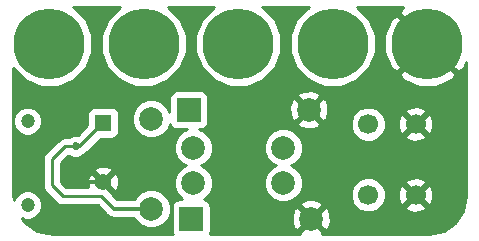
<source format=gbl>
%TF.GenerationSoftware,KiCad,Pcbnew,4.0.4+e1-6308~48~ubuntu14.04.1-stable*%
%TF.CreationDate,2016-11-21T14:54:25-08:00*%
%TF.ProjectId,USB-Breakout-with-Reset,5553422D427265616B6F75742D776974,rev?*%
%TF.FileFunction,Copper,L2,Bot,Signal*%
%FSLAX46Y46*%
G04 Gerber Fmt 4.6, Leading zero omitted, Abs format (unit mm)*
G04 Created by KiCad (PCBNEW 4.0.4+e1-6308~48~ubuntu14.04.1-stable) date Mon Nov 21 14:54:25 2016*
%MOMM*%
%LPD*%
G01*
G04 APERTURE LIST*
%ADD10C,0.350000*%
%ADD11C,1.200000*%
%ADD12C,1.998980*%
%ADD13C,1.700000*%
%ADD14C,6.000000*%
%ADD15R,1.998980X1.998980*%
%ADD16R,1.400000X1.400000*%
%ADD17C,1.400000*%
%ADD18C,0.685800*%
%ADD19C,0.330200*%
%ADD20C,0.254000*%
%ADD21C,0.330200*%
%ADD22C,0.350000*%
G04 APERTURE END LIST*
D10*
D11*
X128150000Y-103550000D03*
X128150000Y-110650000D03*
D12*
X138636000Y-110970000D03*
X138636000Y-103350000D03*
X149812000Y-105800000D03*
X142192000Y-105800000D03*
X149812000Y-108800000D03*
X142192000Y-108800000D03*
D13*
X161000000Y-103800000D03*
X161000000Y-109800000D03*
X157000000Y-103800000D03*
X157000000Y-109800000D03*
D14*
X130000000Y-97000000D03*
X146000000Y-97000000D03*
X154000000Y-97000000D03*
X138000000Y-97000000D03*
X162000000Y-97000000D03*
D12*
X151960000Y-102594920D03*
D15*
X141800000Y-102594920D03*
D12*
X152160000Y-111800000D03*
D15*
X142000000Y-111800000D03*
D16*
X134572000Y-103684000D03*
D17*
X134572000Y-108684000D03*
D18*
X132600000Y-108400000D03*
X132211269Y-105687990D03*
D19*
X134572000Y-108684000D02*
X132884000Y-108684000D01*
X132884000Y-108684000D02*
X132600000Y-108400000D01*
X132211269Y-105687990D02*
X132568010Y-105687990D01*
X132568010Y-105687990D02*
X134572000Y-103684000D01*
D20*
X135400000Y-110920000D02*
X134434000Y-109954000D01*
X134434000Y-109954000D02*
X134400511Y-109920511D01*
D19*
X135400000Y-110920000D02*
X135450000Y-110970000D01*
X135450000Y-110970000D02*
X138636000Y-110970000D01*
D20*
X130200000Y-106800000D02*
X131312010Y-105687990D01*
X131312010Y-105687990D02*
X132211269Y-105687990D01*
X130200000Y-109000000D02*
X130200000Y-106800000D01*
X131120511Y-109920511D02*
X130200000Y-109000000D01*
X134400511Y-109920511D02*
X131120511Y-109920511D01*
G36*
X135943628Y-93916600D02*
X134920194Y-94938249D01*
X134365632Y-96273782D01*
X134364370Y-97719874D01*
X134916600Y-99056372D01*
X135938249Y-100079806D01*
X137273782Y-100634368D01*
X138719874Y-100635630D01*
X140056372Y-100083400D01*
X141079806Y-99061751D01*
X141634368Y-97726218D01*
X141635630Y-96280126D01*
X141083400Y-94943628D01*
X140061751Y-93920194D01*
X140040091Y-93911200D01*
X143956697Y-93911200D01*
X143943628Y-93916600D01*
X142920194Y-94938249D01*
X142365632Y-96273782D01*
X142364370Y-97719874D01*
X142916600Y-99056372D01*
X143938249Y-100079806D01*
X145273782Y-100634368D01*
X146719874Y-100635630D01*
X148056372Y-100083400D01*
X149079806Y-99061751D01*
X149634368Y-97726218D01*
X149635630Y-96280126D01*
X149083400Y-94943628D01*
X148061751Y-93920194D01*
X148040091Y-93911200D01*
X151956697Y-93911200D01*
X151943628Y-93916600D01*
X150920194Y-94938249D01*
X150365632Y-96273782D01*
X150364370Y-97719874D01*
X150916600Y-99056372D01*
X151938249Y-100079806D01*
X153273782Y-100634368D01*
X154719874Y-100635630D01*
X156056372Y-100083400D01*
X156543992Y-99596630D01*
X159582975Y-99596630D01*
X159925566Y-100071277D01*
X161258800Y-100631342D01*
X162704875Y-100638568D01*
X164043639Y-100091854D01*
X164074434Y-100071277D01*
X164417025Y-99596630D01*
X162000000Y-97179605D01*
X159582975Y-99596630D01*
X156543992Y-99596630D01*
X157079806Y-99061751D01*
X157634368Y-97726218D01*
X157634386Y-97704875D01*
X158361432Y-97704875D01*
X158908146Y-99043639D01*
X158928723Y-99074434D01*
X159403370Y-99417025D01*
X161820395Y-97000000D01*
X159403370Y-94582975D01*
X158928723Y-94925566D01*
X158368658Y-96258800D01*
X158361432Y-97704875D01*
X157634386Y-97704875D01*
X157635630Y-96280126D01*
X157083400Y-94943628D01*
X156061751Y-93920194D01*
X156040091Y-93911200D01*
X159951790Y-93911200D01*
X159925566Y-93928723D01*
X159582975Y-94403370D01*
X162000000Y-96820395D01*
X162014143Y-96806253D01*
X162193748Y-96985858D01*
X162179605Y-97000000D01*
X164596630Y-99417025D01*
X165071277Y-99074434D01*
X165288800Y-98556621D01*
X165288800Y-109929951D01*
X165040807Y-111176699D01*
X164374260Y-112174259D01*
X163376701Y-112840807D01*
X162129956Y-113088800D01*
X153082062Y-113088800D01*
X153132557Y-112952163D01*
X152160000Y-111979605D01*
X151187443Y-112952163D01*
X151237938Y-113088800D01*
X143570353Y-113088800D01*
X143595921Y-113051380D01*
X143646930Y-112799490D01*
X143646930Y-111535582D01*
X150514599Y-111535582D01*
X150538659Y-112185377D01*
X150741035Y-112673958D01*
X151007837Y-112772557D01*
X151980395Y-111800000D01*
X152339605Y-111800000D01*
X153312163Y-112772557D01*
X153578965Y-112673958D01*
X153805401Y-112064418D01*
X153781341Y-111414623D01*
X153578965Y-110926042D01*
X153312163Y-110827443D01*
X152339605Y-111800000D01*
X151980395Y-111800000D01*
X151007837Y-110827443D01*
X150741035Y-110926042D01*
X150514599Y-111535582D01*
X143646930Y-111535582D01*
X143646930Y-110800510D01*
X143618203Y-110647837D01*
X151187443Y-110647837D01*
X152160000Y-111620395D01*
X153132557Y-110647837D01*
X153033958Y-110381035D01*
X152424418Y-110154599D01*
X151774623Y-110178659D01*
X151286042Y-110381035D01*
X151187443Y-110647837D01*
X143618203Y-110647837D01*
X143602652Y-110565193D01*
X143463580Y-110349069D01*
X143251380Y-110204079D01*
X143124704Y-110178427D01*
X143576846Y-109727073D01*
X143826206Y-109126547D01*
X143826774Y-108476306D01*
X143578462Y-107875345D01*
X143119073Y-107415154D01*
X142841811Y-107300025D01*
X143116655Y-107186462D01*
X143576846Y-106727073D01*
X143826206Y-106126547D01*
X143826208Y-106123694D01*
X148177226Y-106123694D01*
X148425538Y-106724655D01*
X148884927Y-107184846D01*
X149162189Y-107299975D01*
X148887345Y-107413538D01*
X148427154Y-107872927D01*
X148177794Y-108473453D01*
X148177226Y-109123694D01*
X148425538Y-109724655D01*
X148884927Y-110184846D01*
X149485453Y-110434206D01*
X150135694Y-110434774D01*
X150736655Y-110186462D01*
X150829189Y-110094089D01*
X155514743Y-110094089D01*
X155740344Y-110640086D01*
X156157717Y-111058188D01*
X156703319Y-111284742D01*
X157294089Y-111285257D01*
X157840086Y-111059656D01*
X158056160Y-110843958D01*
X160135647Y-110843958D01*
X160215920Y-111095259D01*
X160771279Y-111296718D01*
X161361458Y-111270315D01*
X161784080Y-111095259D01*
X161864353Y-110843958D01*
X161000000Y-109979605D01*
X160135647Y-110843958D01*
X158056160Y-110843958D01*
X158258188Y-110642283D01*
X158484742Y-110096681D01*
X158485200Y-109571279D01*
X159503282Y-109571279D01*
X159529685Y-110161458D01*
X159704741Y-110584080D01*
X159956042Y-110664353D01*
X160820395Y-109800000D01*
X161179605Y-109800000D01*
X162043958Y-110664353D01*
X162295259Y-110584080D01*
X162496718Y-110028721D01*
X162470315Y-109438542D01*
X162295259Y-109015920D01*
X162043958Y-108935647D01*
X161179605Y-109800000D01*
X160820395Y-109800000D01*
X159956042Y-108935647D01*
X159704741Y-109015920D01*
X159503282Y-109571279D01*
X158485200Y-109571279D01*
X158485257Y-109505911D01*
X158259656Y-108959914D01*
X158056140Y-108756042D01*
X160135647Y-108756042D01*
X161000000Y-109620395D01*
X161864353Y-108756042D01*
X161784080Y-108504741D01*
X161228721Y-108303282D01*
X160638542Y-108329685D01*
X160215920Y-108504741D01*
X160135647Y-108756042D01*
X158056140Y-108756042D01*
X157842283Y-108541812D01*
X157296681Y-108315258D01*
X156705911Y-108314743D01*
X156159914Y-108540344D01*
X155741812Y-108957717D01*
X155515258Y-109503319D01*
X155514743Y-110094089D01*
X150829189Y-110094089D01*
X151196846Y-109727073D01*
X151446206Y-109126547D01*
X151446774Y-108476306D01*
X151198462Y-107875345D01*
X150739073Y-107415154D01*
X150461811Y-107300025D01*
X150736655Y-107186462D01*
X151196846Y-106727073D01*
X151446206Y-106126547D01*
X151446774Y-105476306D01*
X151198462Y-104875345D01*
X150739073Y-104415154D01*
X150138547Y-104165794D01*
X149488306Y-104165226D01*
X148887345Y-104413538D01*
X148427154Y-104872927D01*
X148177794Y-105473453D01*
X148177226Y-106123694D01*
X143826208Y-106123694D01*
X143826774Y-105476306D01*
X143578462Y-104875345D01*
X143119073Y-104415154D01*
X142701710Y-104241850D01*
X142799490Y-104241850D01*
X143034807Y-104197572D01*
X143250931Y-104058500D01*
X143395921Y-103846300D01*
X143416012Y-103747083D01*
X150987443Y-103747083D01*
X151086042Y-104013885D01*
X151695582Y-104240321D01*
X152345377Y-104216261D01*
X152640327Y-104094089D01*
X155514743Y-104094089D01*
X155740344Y-104640086D01*
X156157717Y-105058188D01*
X156703319Y-105284742D01*
X157294089Y-105285257D01*
X157840086Y-105059656D01*
X158056160Y-104843958D01*
X160135647Y-104843958D01*
X160215920Y-105095259D01*
X160771279Y-105296718D01*
X161361458Y-105270315D01*
X161784080Y-105095259D01*
X161864353Y-104843958D01*
X161000000Y-103979605D01*
X160135647Y-104843958D01*
X158056160Y-104843958D01*
X158258188Y-104642283D01*
X158484742Y-104096681D01*
X158485200Y-103571279D01*
X159503282Y-103571279D01*
X159529685Y-104161458D01*
X159704741Y-104584080D01*
X159956042Y-104664353D01*
X160820395Y-103800000D01*
X161179605Y-103800000D01*
X162043958Y-104664353D01*
X162295259Y-104584080D01*
X162496718Y-104028721D01*
X162470315Y-103438542D01*
X162295259Y-103015920D01*
X162043958Y-102935647D01*
X161179605Y-103800000D01*
X160820395Y-103800000D01*
X159956042Y-102935647D01*
X159704741Y-103015920D01*
X159503282Y-103571279D01*
X158485200Y-103571279D01*
X158485257Y-103505911D01*
X158259656Y-102959914D01*
X158056140Y-102756042D01*
X160135647Y-102756042D01*
X161000000Y-103620395D01*
X161864353Y-102756042D01*
X161784080Y-102504741D01*
X161228721Y-102303282D01*
X160638542Y-102329685D01*
X160215920Y-102504741D01*
X160135647Y-102756042D01*
X158056140Y-102756042D01*
X157842283Y-102541812D01*
X157296681Y-102315258D01*
X156705911Y-102314743D01*
X156159914Y-102540344D01*
X155741812Y-102957717D01*
X155515258Y-103503319D01*
X155514743Y-104094089D01*
X152640327Y-104094089D01*
X152833958Y-104013885D01*
X152932557Y-103747083D01*
X151960000Y-102774525D01*
X150987443Y-103747083D01*
X143416012Y-103747083D01*
X143446930Y-103594410D01*
X143446930Y-102330502D01*
X150314599Y-102330502D01*
X150338659Y-102980297D01*
X150541035Y-103468878D01*
X150807837Y-103567477D01*
X151780395Y-102594920D01*
X152139605Y-102594920D01*
X153112163Y-103567477D01*
X153378965Y-103468878D01*
X153605401Y-102859338D01*
X153581341Y-102209543D01*
X153378965Y-101720962D01*
X153112163Y-101622363D01*
X152139605Y-102594920D01*
X151780395Y-102594920D01*
X150807837Y-101622363D01*
X150541035Y-101720962D01*
X150314599Y-102330502D01*
X143446930Y-102330502D01*
X143446930Y-101595430D01*
X143418203Y-101442757D01*
X150987443Y-101442757D01*
X151960000Y-102415315D01*
X152932557Y-101442757D01*
X152833958Y-101175955D01*
X152224418Y-100949519D01*
X151574623Y-100973579D01*
X151086042Y-101175955D01*
X150987443Y-101442757D01*
X143418203Y-101442757D01*
X143402652Y-101360113D01*
X143263580Y-101143989D01*
X143051380Y-100998999D01*
X142799490Y-100947990D01*
X140800510Y-100947990D01*
X140565193Y-100992268D01*
X140349069Y-101131340D01*
X140204079Y-101343540D01*
X140153070Y-101595430D01*
X140153070Y-102741441D01*
X140022462Y-102425345D01*
X139563073Y-101965154D01*
X138962547Y-101715794D01*
X138312306Y-101715226D01*
X137711345Y-101963538D01*
X137251154Y-102422927D01*
X137001794Y-103023453D01*
X137001226Y-103673694D01*
X137249538Y-104274655D01*
X137708927Y-104734846D01*
X138309453Y-104984206D01*
X138959694Y-104984774D01*
X139560655Y-104736462D01*
X140020846Y-104277073D01*
X140202971Y-103838466D01*
X140336420Y-104045851D01*
X140548620Y-104190841D01*
X140800510Y-104241850D01*
X141682862Y-104241850D01*
X141267345Y-104413538D01*
X140807154Y-104872927D01*
X140557794Y-105473453D01*
X140557226Y-106123694D01*
X140805538Y-106724655D01*
X141264927Y-107184846D01*
X141542189Y-107299975D01*
X141267345Y-107413538D01*
X140807154Y-107872927D01*
X140557794Y-108473453D01*
X140557226Y-109123694D01*
X140805538Y-109724655D01*
X141233206Y-110153070D01*
X141000510Y-110153070D01*
X140765193Y-110197348D01*
X140549069Y-110336420D01*
X140404079Y-110548620D01*
X140353070Y-110800510D01*
X140353070Y-112799490D01*
X140397348Y-113034807D01*
X140432092Y-113088800D01*
X130270044Y-113088800D01*
X128946763Y-112825583D01*
X127884320Y-112115680D01*
X127663523Y-111785235D01*
X127903266Y-111884785D01*
X128394579Y-111885214D01*
X128848657Y-111697592D01*
X129196371Y-111350485D01*
X129384785Y-110896734D01*
X129385214Y-110405421D01*
X129197592Y-109951343D01*
X128850485Y-109603629D01*
X128396734Y-109415215D01*
X127905421Y-109414786D01*
X127451343Y-109602408D01*
X127103629Y-109949515D01*
X127003053Y-110191729D01*
X126911200Y-109729955D01*
X126911200Y-106800000D01*
X129438000Y-106800000D01*
X129438000Y-109000000D01*
X129496004Y-109291605D01*
X129594938Y-109439669D01*
X129661185Y-109538815D01*
X130581696Y-110459326D01*
X130828906Y-110624507D01*
X131120511Y-110682511D01*
X134084881Y-110682511D01*
X134725745Y-111323376D01*
X134834244Y-111485756D01*
X134884244Y-111535756D01*
X135143815Y-111709196D01*
X135450000Y-111770100D01*
X137198073Y-111770100D01*
X137249538Y-111894655D01*
X137708927Y-112354846D01*
X138309453Y-112604206D01*
X138959694Y-112604774D01*
X139560655Y-112356462D01*
X140020846Y-111897073D01*
X140270206Y-111296547D01*
X140270774Y-110646306D01*
X140022462Y-110045345D01*
X139563073Y-109585154D01*
X138962547Y-109335794D01*
X138312306Y-109335226D01*
X137711345Y-109583538D01*
X137251154Y-110042927D01*
X137198430Y-110169900D01*
X135727531Y-110169900D01*
X135296342Y-109738712D01*
X135327669Y-109619275D01*
X134572000Y-108863605D01*
X134557858Y-108877748D01*
X134378252Y-108698142D01*
X134392395Y-108684000D01*
X134751605Y-108684000D01*
X135507275Y-109439669D01*
X135743042Y-109377831D01*
X135919419Y-108876878D01*
X135890664Y-108346560D01*
X135743042Y-107990169D01*
X135507275Y-107928331D01*
X134751605Y-108684000D01*
X134392395Y-108684000D01*
X133636725Y-107928331D01*
X133400958Y-107990169D01*
X133224581Y-108491122D01*
X133253336Y-109021440D01*
X133310113Y-109158511D01*
X131436141Y-109158511D01*
X130962000Y-108684370D01*
X130962000Y-107748725D01*
X133816331Y-107748725D01*
X134572000Y-108504395D01*
X135327669Y-107748725D01*
X135265831Y-107512958D01*
X134764878Y-107336581D01*
X134234560Y-107365336D01*
X133878169Y-107512958D01*
X133816331Y-107748725D01*
X130962000Y-107748725D01*
X130962000Y-107115630D01*
X131608897Y-106468734D01*
X131656610Y-106516530D01*
X132015899Y-106665720D01*
X132404932Y-106666059D01*
X132764481Y-106517497D01*
X132850161Y-106431967D01*
X132874195Y-106427186D01*
X133133766Y-106253746D01*
X134356072Y-105031440D01*
X135272000Y-105031440D01*
X135507317Y-104987162D01*
X135723441Y-104848090D01*
X135868431Y-104635890D01*
X135919440Y-104384000D01*
X135919440Y-102984000D01*
X135875162Y-102748683D01*
X135736090Y-102532559D01*
X135523890Y-102387569D01*
X135272000Y-102336560D01*
X133872000Y-102336560D01*
X133636683Y-102380838D01*
X133420559Y-102519910D01*
X133275569Y-102732110D01*
X133224560Y-102984000D01*
X133224560Y-103899928D01*
X132412001Y-104712487D01*
X132406639Y-104710260D01*
X132017606Y-104709921D01*
X131658057Y-104858483D01*
X131590432Y-104925990D01*
X131312010Y-104925990D01*
X131020405Y-104983994D01*
X130921387Y-105050156D01*
X130773195Y-105149174D01*
X129661185Y-106261185D01*
X129496004Y-106508395D01*
X129438000Y-106800000D01*
X126911200Y-106800000D01*
X126911200Y-103794579D01*
X126914786Y-103794579D01*
X127102408Y-104248657D01*
X127449515Y-104596371D01*
X127903266Y-104784785D01*
X128394579Y-104785214D01*
X128848657Y-104597592D01*
X129196371Y-104250485D01*
X129384785Y-103796734D01*
X129385214Y-103305421D01*
X129197592Y-102851343D01*
X128850485Y-102503629D01*
X128396734Y-102315215D01*
X127905421Y-102314786D01*
X127451343Y-102502408D01*
X127103629Y-102849515D01*
X126915215Y-103303266D01*
X126914786Y-103794579D01*
X126911200Y-103794579D01*
X126911200Y-99043303D01*
X126916600Y-99056372D01*
X127938249Y-100079806D01*
X129273782Y-100634368D01*
X130719874Y-100635630D01*
X132056372Y-100083400D01*
X133079806Y-99061751D01*
X133634368Y-97726218D01*
X133635630Y-96280126D01*
X133083400Y-94943628D01*
X132061751Y-93920194D01*
X132040091Y-93911200D01*
X135956697Y-93911200D01*
X135943628Y-93916600D01*
X135943628Y-93916600D01*
G37*
X135943628Y-93916600D02*
X134920194Y-94938249D01*
X134365632Y-96273782D01*
X134364370Y-97719874D01*
X134916600Y-99056372D01*
X135938249Y-100079806D01*
X137273782Y-100634368D01*
X138719874Y-100635630D01*
X140056372Y-100083400D01*
X141079806Y-99061751D01*
X141634368Y-97726218D01*
X141635630Y-96280126D01*
X141083400Y-94943628D01*
X140061751Y-93920194D01*
X140040091Y-93911200D01*
X143956697Y-93911200D01*
X143943628Y-93916600D01*
X142920194Y-94938249D01*
X142365632Y-96273782D01*
X142364370Y-97719874D01*
X142916600Y-99056372D01*
X143938249Y-100079806D01*
X145273782Y-100634368D01*
X146719874Y-100635630D01*
X148056372Y-100083400D01*
X149079806Y-99061751D01*
X149634368Y-97726218D01*
X149635630Y-96280126D01*
X149083400Y-94943628D01*
X148061751Y-93920194D01*
X148040091Y-93911200D01*
X151956697Y-93911200D01*
X151943628Y-93916600D01*
X150920194Y-94938249D01*
X150365632Y-96273782D01*
X150364370Y-97719874D01*
X150916600Y-99056372D01*
X151938249Y-100079806D01*
X153273782Y-100634368D01*
X154719874Y-100635630D01*
X156056372Y-100083400D01*
X156543992Y-99596630D01*
X159582975Y-99596630D01*
X159925566Y-100071277D01*
X161258800Y-100631342D01*
X162704875Y-100638568D01*
X164043639Y-100091854D01*
X164074434Y-100071277D01*
X164417025Y-99596630D01*
X162000000Y-97179605D01*
X159582975Y-99596630D01*
X156543992Y-99596630D01*
X157079806Y-99061751D01*
X157634368Y-97726218D01*
X157634386Y-97704875D01*
X158361432Y-97704875D01*
X158908146Y-99043639D01*
X158928723Y-99074434D01*
X159403370Y-99417025D01*
X161820395Y-97000000D01*
X159403370Y-94582975D01*
X158928723Y-94925566D01*
X158368658Y-96258800D01*
X158361432Y-97704875D01*
X157634386Y-97704875D01*
X157635630Y-96280126D01*
X157083400Y-94943628D01*
X156061751Y-93920194D01*
X156040091Y-93911200D01*
X159951790Y-93911200D01*
X159925566Y-93928723D01*
X159582975Y-94403370D01*
X162000000Y-96820395D01*
X162014143Y-96806253D01*
X162193748Y-96985858D01*
X162179605Y-97000000D01*
X164596630Y-99417025D01*
X165071277Y-99074434D01*
X165288800Y-98556621D01*
X165288800Y-109929951D01*
X165040807Y-111176699D01*
X164374260Y-112174259D01*
X163376701Y-112840807D01*
X162129956Y-113088800D01*
X153082062Y-113088800D01*
X153132557Y-112952163D01*
X152160000Y-111979605D01*
X151187443Y-112952163D01*
X151237938Y-113088800D01*
X143570353Y-113088800D01*
X143595921Y-113051380D01*
X143646930Y-112799490D01*
X143646930Y-111535582D01*
X150514599Y-111535582D01*
X150538659Y-112185377D01*
X150741035Y-112673958D01*
X151007837Y-112772557D01*
X151980395Y-111800000D01*
X152339605Y-111800000D01*
X153312163Y-112772557D01*
X153578965Y-112673958D01*
X153805401Y-112064418D01*
X153781341Y-111414623D01*
X153578965Y-110926042D01*
X153312163Y-110827443D01*
X152339605Y-111800000D01*
X151980395Y-111800000D01*
X151007837Y-110827443D01*
X150741035Y-110926042D01*
X150514599Y-111535582D01*
X143646930Y-111535582D01*
X143646930Y-110800510D01*
X143618203Y-110647837D01*
X151187443Y-110647837D01*
X152160000Y-111620395D01*
X153132557Y-110647837D01*
X153033958Y-110381035D01*
X152424418Y-110154599D01*
X151774623Y-110178659D01*
X151286042Y-110381035D01*
X151187443Y-110647837D01*
X143618203Y-110647837D01*
X143602652Y-110565193D01*
X143463580Y-110349069D01*
X143251380Y-110204079D01*
X143124704Y-110178427D01*
X143576846Y-109727073D01*
X143826206Y-109126547D01*
X143826774Y-108476306D01*
X143578462Y-107875345D01*
X143119073Y-107415154D01*
X142841811Y-107300025D01*
X143116655Y-107186462D01*
X143576846Y-106727073D01*
X143826206Y-106126547D01*
X143826208Y-106123694D01*
X148177226Y-106123694D01*
X148425538Y-106724655D01*
X148884927Y-107184846D01*
X149162189Y-107299975D01*
X148887345Y-107413538D01*
X148427154Y-107872927D01*
X148177794Y-108473453D01*
X148177226Y-109123694D01*
X148425538Y-109724655D01*
X148884927Y-110184846D01*
X149485453Y-110434206D01*
X150135694Y-110434774D01*
X150736655Y-110186462D01*
X150829189Y-110094089D01*
X155514743Y-110094089D01*
X155740344Y-110640086D01*
X156157717Y-111058188D01*
X156703319Y-111284742D01*
X157294089Y-111285257D01*
X157840086Y-111059656D01*
X158056160Y-110843958D01*
X160135647Y-110843958D01*
X160215920Y-111095259D01*
X160771279Y-111296718D01*
X161361458Y-111270315D01*
X161784080Y-111095259D01*
X161864353Y-110843958D01*
X161000000Y-109979605D01*
X160135647Y-110843958D01*
X158056160Y-110843958D01*
X158258188Y-110642283D01*
X158484742Y-110096681D01*
X158485200Y-109571279D01*
X159503282Y-109571279D01*
X159529685Y-110161458D01*
X159704741Y-110584080D01*
X159956042Y-110664353D01*
X160820395Y-109800000D01*
X161179605Y-109800000D01*
X162043958Y-110664353D01*
X162295259Y-110584080D01*
X162496718Y-110028721D01*
X162470315Y-109438542D01*
X162295259Y-109015920D01*
X162043958Y-108935647D01*
X161179605Y-109800000D01*
X160820395Y-109800000D01*
X159956042Y-108935647D01*
X159704741Y-109015920D01*
X159503282Y-109571279D01*
X158485200Y-109571279D01*
X158485257Y-109505911D01*
X158259656Y-108959914D01*
X158056140Y-108756042D01*
X160135647Y-108756042D01*
X161000000Y-109620395D01*
X161864353Y-108756042D01*
X161784080Y-108504741D01*
X161228721Y-108303282D01*
X160638542Y-108329685D01*
X160215920Y-108504741D01*
X160135647Y-108756042D01*
X158056140Y-108756042D01*
X157842283Y-108541812D01*
X157296681Y-108315258D01*
X156705911Y-108314743D01*
X156159914Y-108540344D01*
X155741812Y-108957717D01*
X155515258Y-109503319D01*
X155514743Y-110094089D01*
X150829189Y-110094089D01*
X151196846Y-109727073D01*
X151446206Y-109126547D01*
X151446774Y-108476306D01*
X151198462Y-107875345D01*
X150739073Y-107415154D01*
X150461811Y-107300025D01*
X150736655Y-107186462D01*
X151196846Y-106727073D01*
X151446206Y-106126547D01*
X151446774Y-105476306D01*
X151198462Y-104875345D01*
X150739073Y-104415154D01*
X150138547Y-104165794D01*
X149488306Y-104165226D01*
X148887345Y-104413538D01*
X148427154Y-104872927D01*
X148177794Y-105473453D01*
X148177226Y-106123694D01*
X143826208Y-106123694D01*
X143826774Y-105476306D01*
X143578462Y-104875345D01*
X143119073Y-104415154D01*
X142701710Y-104241850D01*
X142799490Y-104241850D01*
X143034807Y-104197572D01*
X143250931Y-104058500D01*
X143395921Y-103846300D01*
X143416012Y-103747083D01*
X150987443Y-103747083D01*
X151086042Y-104013885D01*
X151695582Y-104240321D01*
X152345377Y-104216261D01*
X152640327Y-104094089D01*
X155514743Y-104094089D01*
X155740344Y-104640086D01*
X156157717Y-105058188D01*
X156703319Y-105284742D01*
X157294089Y-105285257D01*
X157840086Y-105059656D01*
X158056160Y-104843958D01*
X160135647Y-104843958D01*
X160215920Y-105095259D01*
X160771279Y-105296718D01*
X161361458Y-105270315D01*
X161784080Y-105095259D01*
X161864353Y-104843958D01*
X161000000Y-103979605D01*
X160135647Y-104843958D01*
X158056160Y-104843958D01*
X158258188Y-104642283D01*
X158484742Y-104096681D01*
X158485200Y-103571279D01*
X159503282Y-103571279D01*
X159529685Y-104161458D01*
X159704741Y-104584080D01*
X159956042Y-104664353D01*
X160820395Y-103800000D01*
X161179605Y-103800000D01*
X162043958Y-104664353D01*
X162295259Y-104584080D01*
X162496718Y-104028721D01*
X162470315Y-103438542D01*
X162295259Y-103015920D01*
X162043958Y-102935647D01*
X161179605Y-103800000D01*
X160820395Y-103800000D01*
X159956042Y-102935647D01*
X159704741Y-103015920D01*
X159503282Y-103571279D01*
X158485200Y-103571279D01*
X158485257Y-103505911D01*
X158259656Y-102959914D01*
X158056140Y-102756042D01*
X160135647Y-102756042D01*
X161000000Y-103620395D01*
X161864353Y-102756042D01*
X161784080Y-102504741D01*
X161228721Y-102303282D01*
X160638542Y-102329685D01*
X160215920Y-102504741D01*
X160135647Y-102756042D01*
X158056140Y-102756042D01*
X157842283Y-102541812D01*
X157296681Y-102315258D01*
X156705911Y-102314743D01*
X156159914Y-102540344D01*
X155741812Y-102957717D01*
X155515258Y-103503319D01*
X155514743Y-104094089D01*
X152640327Y-104094089D01*
X152833958Y-104013885D01*
X152932557Y-103747083D01*
X151960000Y-102774525D01*
X150987443Y-103747083D01*
X143416012Y-103747083D01*
X143446930Y-103594410D01*
X143446930Y-102330502D01*
X150314599Y-102330502D01*
X150338659Y-102980297D01*
X150541035Y-103468878D01*
X150807837Y-103567477D01*
X151780395Y-102594920D01*
X152139605Y-102594920D01*
X153112163Y-103567477D01*
X153378965Y-103468878D01*
X153605401Y-102859338D01*
X153581341Y-102209543D01*
X153378965Y-101720962D01*
X153112163Y-101622363D01*
X152139605Y-102594920D01*
X151780395Y-102594920D01*
X150807837Y-101622363D01*
X150541035Y-101720962D01*
X150314599Y-102330502D01*
X143446930Y-102330502D01*
X143446930Y-101595430D01*
X143418203Y-101442757D01*
X150987443Y-101442757D01*
X151960000Y-102415315D01*
X152932557Y-101442757D01*
X152833958Y-101175955D01*
X152224418Y-100949519D01*
X151574623Y-100973579D01*
X151086042Y-101175955D01*
X150987443Y-101442757D01*
X143418203Y-101442757D01*
X143402652Y-101360113D01*
X143263580Y-101143989D01*
X143051380Y-100998999D01*
X142799490Y-100947990D01*
X140800510Y-100947990D01*
X140565193Y-100992268D01*
X140349069Y-101131340D01*
X140204079Y-101343540D01*
X140153070Y-101595430D01*
X140153070Y-102741441D01*
X140022462Y-102425345D01*
X139563073Y-101965154D01*
X138962547Y-101715794D01*
X138312306Y-101715226D01*
X137711345Y-101963538D01*
X137251154Y-102422927D01*
X137001794Y-103023453D01*
X137001226Y-103673694D01*
X137249538Y-104274655D01*
X137708927Y-104734846D01*
X138309453Y-104984206D01*
X138959694Y-104984774D01*
X139560655Y-104736462D01*
X140020846Y-104277073D01*
X140202971Y-103838466D01*
X140336420Y-104045851D01*
X140548620Y-104190841D01*
X140800510Y-104241850D01*
X141682862Y-104241850D01*
X141267345Y-104413538D01*
X140807154Y-104872927D01*
X140557794Y-105473453D01*
X140557226Y-106123694D01*
X140805538Y-106724655D01*
X141264927Y-107184846D01*
X141542189Y-107299975D01*
X141267345Y-107413538D01*
X140807154Y-107872927D01*
X140557794Y-108473453D01*
X140557226Y-109123694D01*
X140805538Y-109724655D01*
X141233206Y-110153070D01*
X141000510Y-110153070D01*
X140765193Y-110197348D01*
X140549069Y-110336420D01*
X140404079Y-110548620D01*
X140353070Y-110800510D01*
X140353070Y-112799490D01*
X140397348Y-113034807D01*
X140432092Y-113088800D01*
X130270044Y-113088800D01*
X128946763Y-112825583D01*
X127884320Y-112115680D01*
X127663523Y-111785235D01*
X127903266Y-111884785D01*
X128394579Y-111885214D01*
X128848657Y-111697592D01*
X129196371Y-111350485D01*
X129384785Y-110896734D01*
X129385214Y-110405421D01*
X129197592Y-109951343D01*
X128850485Y-109603629D01*
X128396734Y-109415215D01*
X127905421Y-109414786D01*
X127451343Y-109602408D01*
X127103629Y-109949515D01*
X127003053Y-110191729D01*
X126911200Y-109729955D01*
X126911200Y-106800000D01*
X129438000Y-106800000D01*
X129438000Y-109000000D01*
X129496004Y-109291605D01*
X129594938Y-109439669D01*
X129661185Y-109538815D01*
X130581696Y-110459326D01*
X130828906Y-110624507D01*
X131120511Y-110682511D01*
X134084881Y-110682511D01*
X134725745Y-111323376D01*
X134834244Y-111485756D01*
X134884244Y-111535756D01*
X135143815Y-111709196D01*
X135450000Y-111770100D01*
X137198073Y-111770100D01*
X137249538Y-111894655D01*
X137708927Y-112354846D01*
X138309453Y-112604206D01*
X138959694Y-112604774D01*
X139560655Y-112356462D01*
X140020846Y-111897073D01*
X140270206Y-111296547D01*
X140270774Y-110646306D01*
X140022462Y-110045345D01*
X139563073Y-109585154D01*
X138962547Y-109335794D01*
X138312306Y-109335226D01*
X137711345Y-109583538D01*
X137251154Y-110042927D01*
X137198430Y-110169900D01*
X135727531Y-110169900D01*
X135296342Y-109738712D01*
X135327669Y-109619275D01*
X134572000Y-108863605D01*
X134557858Y-108877748D01*
X134378252Y-108698142D01*
X134392395Y-108684000D01*
X134751605Y-108684000D01*
X135507275Y-109439669D01*
X135743042Y-109377831D01*
X135919419Y-108876878D01*
X135890664Y-108346560D01*
X135743042Y-107990169D01*
X135507275Y-107928331D01*
X134751605Y-108684000D01*
X134392395Y-108684000D01*
X133636725Y-107928331D01*
X133400958Y-107990169D01*
X133224581Y-108491122D01*
X133253336Y-109021440D01*
X133310113Y-109158511D01*
X131436141Y-109158511D01*
X130962000Y-108684370D01*
X130962000Y-107748725D01*
X133816331Y-107748725D01*
X134572000Y-108504395D01*
X135327669Y-107748725D01*
X135265831Y-107512958D01*
X134764878Y-107336581D01*
X134234560Y-107365336D01*
X133878169Y-107512958D01*
X133816331Y-107748725D01*
X130962000Y-107748725D01*
X130962000Y-107115630D01*
X131608897Y-106468734D01*
X131656610Y-106516530D01*
X132015899Y-106665720D01*
X132404932Y-106666059D01*
X132764481Y-106517497D01*
X132850161Y-106431967D01*
X132874195Y-106427186D01*
X133133766Y-106253746D01*
X134356072Y-105031440D01*
X135272000Y-105031440D01*
X135507317Y-104987162D01*
X135723441Y-104848090D01*
X135868431Y-104635890D01*
X135919440Y-104384000D01*
X135919440Y-102984000D01*
X135875162Y-102748683D01*
X135736090Y-102532559D01*
X135523890Y-102387569D01*
X135272000Y-102336560D01*
X133872000Y-102336560D01*
X133636683Y-102380838D01*
X133420559Y-102519910D01*
X133275569Y-102732110D01*
X133224560Y-102984000D01*
X133224560Y-103899928D01*
X132412001Y-104712487D01*
X132406639Y-104710260D01*
X132017606Y-104709921D01*
X131658057Y-104858483D01*
X131590432Y-104925990D01*
X131312010Y-104925990D01*
X131020405Y-104983994D01*
X130921387Y-105050156D01*
X130773195Y-105149174D01*
X129661185Y-106261185D01*
X129496004Y-106508395D01*
X129438000Y-106800000D01*
X126911200Y-106800000D01*
X126911200Y-103794579D01*
X126914786Y-103794579D01*
X127102408Y-104248657D01*
X127449515Y-104596371D01*
X127903266Y-104784785D01*
X128394579Y-104785214D01*
X128848657Y-104597592D01*
X129196371Y-104250485D01*
X129384785Y-103796734D01*
X129385214Y-103305421D01*
X129197592Y-102851343D01*
X128850485Y-102503629D01*
X128396734Y-102315215D01*
X127905421Y-102314786D01*
X127451343Y-102502408D01*
X127103629Y-102849515D01*
X126915215Y-103303266D01*
X126914786Y-103794579D01*
X126911200Y-103794579D01*
X126911200Y-99043303D01*
X126916600Y-99056372D01*
X127938249Y-100079806D01*
X129273782Y-100634368D01*
X130719874Y-100635630D01*
X132056372Y-100083400D01*
X133079806Y-99061751D01*
X133634368Y-97726218D01*
X133635630Y-96280126D01*
X133083400Y-94943628D01*
X132061751Y-93920194D01*
X132040091Y-93911200D01*
X135956697Y-93911200D01*
X135943628Y-93916600D01*
D21*
X132600000Y-108400000D03*
X132211269Y-105687990D03*
D22*
X128150000Y-103550000D03*
X128150000Y-110650000D03*
X138636000Y-110970000D03*
X138636000Y-103350000D03*
X149812000Y-105800000D03*
X142192000Y-105800000D03*
X149812000Y-108800000D03*
X142192000Y-108800000D03*
X161000000Y-103800000D03*
X161000000Y-109800000D03*
X157000000Y-103800000D03*
X157000000Y-109800000D03*
X130000000Y-97000000D03*
X146000000Y-97000000D03*
X154000000Y-97000000D03*
X138000000Y-97000000D03*
X162000000Y-97000000D03*
X151960000Y-102594920D03*
X141800000Y-102594920D03*
X152160000Y-111800000D03*
X142000000Y-111800000D03*
X134572000Y-103684000D03*
X134572000Y-108684000D03*
M02*

</source>
